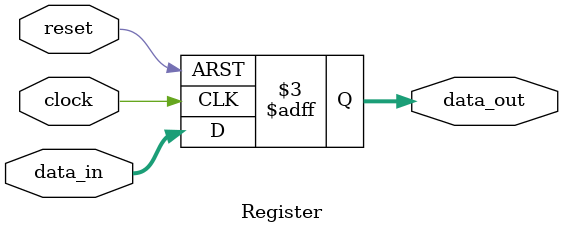
<source format=v>
module Register (
    input clock, reset,
    input [31:0] data_in,
    output reg [31:0] data_out
);
    initial data_out = 32'b0;
    
    always @(posedge clock, posedge reset) begin
        if(reset)
            data_out = 0;
        else 
            data_out = data_in;
        
    end


endmodule
</source>
